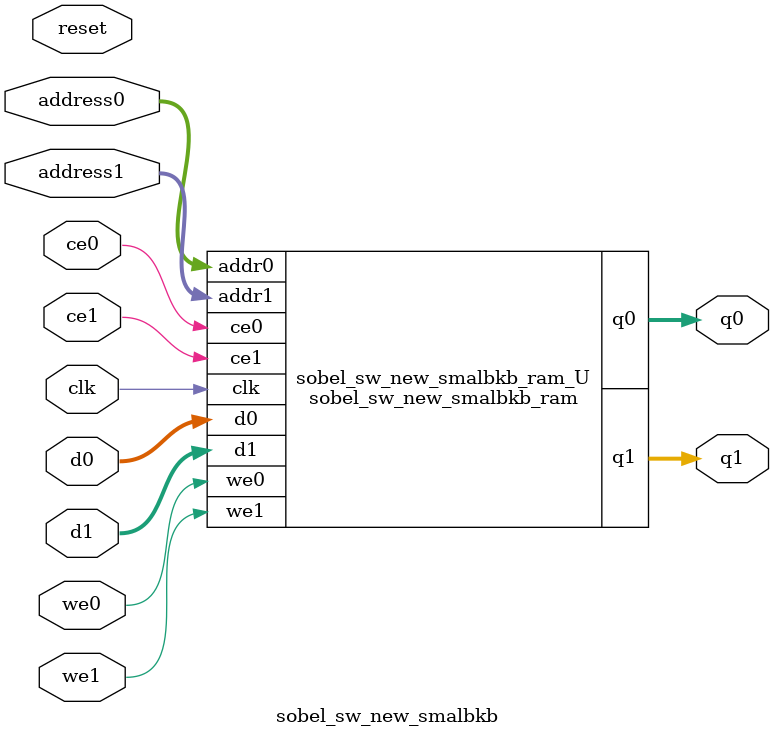
<source format=v>

`timescale 1 ns / 1 ps
module sobel_sw_new_smalbkb_ram (addr0, ce0, d0, we0, q0, addr1, ce1, d1, we1, q1,  clk);

parameter DWIDTH = 8;
parameter AWIDTH = 12;
parameter MEM_SIZE = 3072;

input[AWIDTH-1:0] addr0;
input ce0;
input[DWIDTH-1:0] d0;
input we0;
output reg[DWIDTH-1:0] q0;
input[AWIDTH-1:0] addr1;
input ce1;
input[DWIDTH-1:0] d1;
input we1;
output reg[DWIDTH-1:0] q1;
input clk;

(* ram_style = "block" *)reg [DWIDTH-1:0] ram[0:MEM_SIZE-1];




always @(posedge clk)  
begin 
    if (ce0) 
    begin
        if (we0) 
        begin 
            ram[addr0] <= d0; 
            q0 <= d0;
        end 
        else 
            q0 <= ram[addr0];
    end
end


always @(posedge clk)  
begin 
    if (ce1) 
    begin
        if (we1) 
        begin 
            ram[addr1] <= d1; 
            q1 <= d1;
        end 
        else 
            q1 <= ram[addr1];
    end
end


endmodule


`timescale 1 ns / 1 ps
module sobel_sw_new_smalbkb(
    reset,
    clk,
    address0,
    ce0,
    we0,
    d0,
    q0,
    address1,
    ce1,
    we1,
    d1,
    q1);

parameter DataWidth = 32'd8;
parameter AddressRange = 32'd3072;
parameter AddressWidth = 32'd12;
input reset;
input clk;
input[AddressWidth - 1:0] address0;
input ce0;
input we0;
input[DataWidth - 1:0] d0;
output[DataWidth - 1:0] q0;
input[AddressWidth - 1:0] address1;
input ce1;
input we1;
input[DataWidth - 1:0] d1;
output[DataWidth - 1:0] q1;



sobel_sw_new_smalbkb_ram sobel_sw_new_smalbkb_ram_U(
    .clk( clk ),
    .addr0( address0 ),
    .ce0( ce0 ),
    .d0( d0 ),
    .we0( we0 ),
    .q0( q0 ),
    .addr1( address1 ),
    .ce1( ce1 ),
    .d1( d1 ),
    .we1( we1 ),
    .q1( q1 ));

endmodule


</source>
